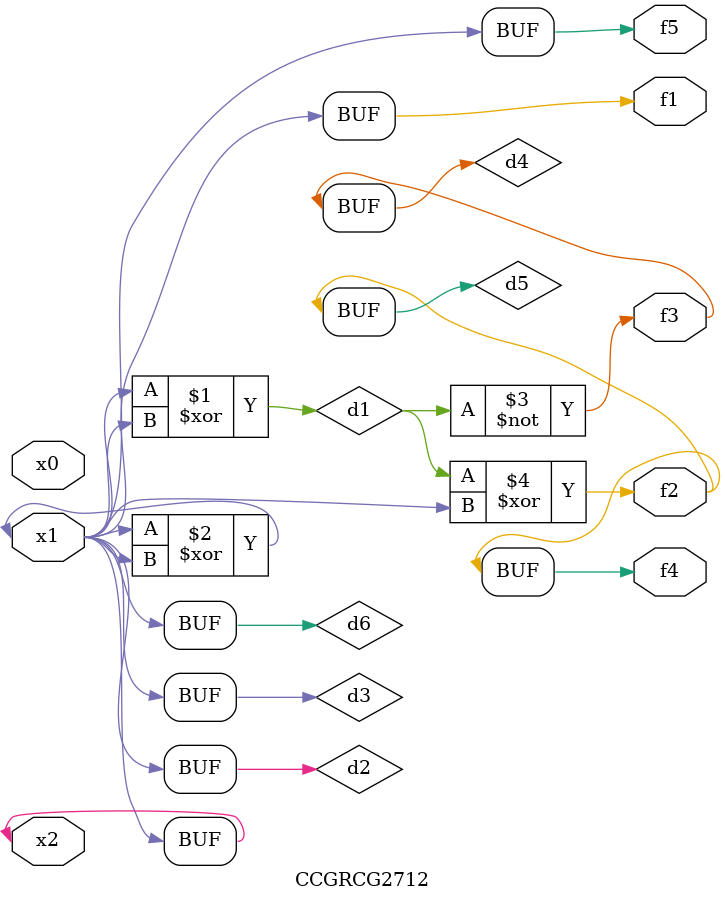
<source format=v>
module CCGRCG2712(
	input x0, x1, x2,
	output f1, f2, f3, f4, f5
);

	wire d1, d2, d3, d4, d5, d6;

	xor (d1, x1, x2);
	buf (d2, x1, x2);
	xor (d3, x1, x2);
	nor (d4, d1);
	xor (d5, d1, d2);
	buf (d6, d2, d3);
	assign f1 = d6;
	assign f2 = d5;
	assign f3 = d4;
	assign f4 = d5;
	assign f5 = d6;
endmodule

</source>
